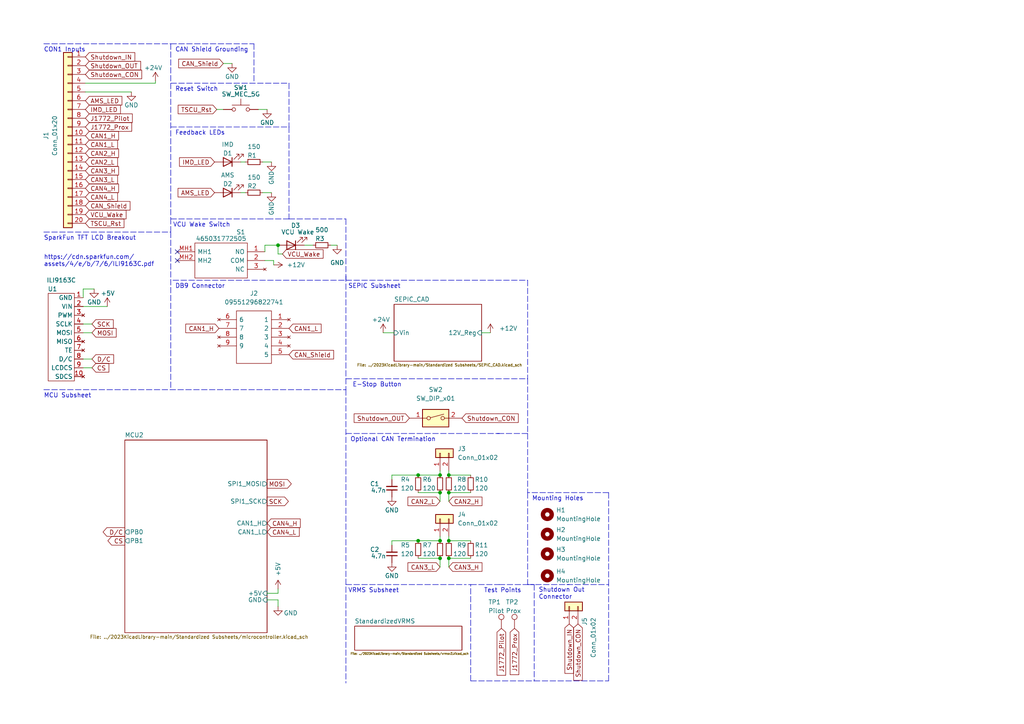
<source format=kicad_sch>
(kicad_sch (version 20211123) (generator eeschema)
  (paper "A4")
  (lib_symbols
    (symbol "Button Switch:465031772505" (pin_names (offset 0.762))
      (property "Reference" "S" (at 21.59 7.62 0))
      (property "Value" "465031772505" (at 21.59 5.08 0))
      (symbol "465031772505_0_0"
        (pin passive line (at 25.4 0 180) (length 5.08) (name "NO") (number "1"))
        (pin passive line (at 25.4 -2.54 180) (length 5.08) (name "COM") (number "2"))
        (pin no_connect line (at 25.4 -5.08 180) (length 5.08) (name "NC") (number "3"))
        (pin passive line (at 0 0 0) (length 5.08) (name "MH1") (number "MH1"))
        (pin passive line (at 0 -2.54 0) (length 5.08) (name "MH2") (number "MH2"))
      )
      (symbol "465031772505_0_1"
        (polyline (pts (xy 5.08 2.54) (xy 20.32 2.54) (xy 20.32 -7.62) (xy 5.08 -7.62) (xy 5.08 2.54)) (stroke (width 0.1524)))
      )
    )
    (symbol "Connector:TestPoint" (pin_numbers hide) (pin_names (offset 0.762) hide)
      (property "Reference" "TP" (at 0 6.858 0))
      (property "Value" "TestPoint" (at 0 5.08 0))
      (symbol "TestPoint_0_1"
        (circle (center 0 3.302) (radius 0.762))
      )
      (symbol "TestPoint_1_1"
        (pin passive line (at 0 0 90) (length 2.54) (name "1") (number "1"))
      )
    )
    (symbol "Connector_Generic:Conn_01x02" (pin_names (offset 1.016) hide)
      (property "Reference" "J" (at 0 2.54 0))
      (property "Value" "Conn_01x02" (at 0 -5.08 0))
      (symbol "Conn_01x02_1_1"
        (rectangle (start -1.27 -2.413) (end 0 -2.667) (stroke (width 0.1524)))
        (rectangle (start -1.27 0.127) (end 0 -0.127) (stroke (width 0.1524)))
        (rectangle (start -1.27 1.27) (end 1.27 -3.81) (stroke (width 0.254)) (fill (type background)))
        (pin passive line (at -5.08 0 0) (length 3.81) (name "Pin_1") (number "1"))
        (pin passive line (at -5.08 -2.54 0) (length 3.81) (name "Pin_2") (number "2"))
      )
    )
    (symbol "Connector_Generic:Conn_01x20" (pin_names (offset 1.016) hide)
      (property "Reference" "J" (at 0 25.4 0))
      (property "Value" "Conn_01x20" (at 0 -27.94 0))
      (symbol "Conn_01x20_1_1"
        (rectangle (start -1.27 -25.273) (end 0 -25.527) (stroke (width 0.1524)))
        (rectangle (start -1.27 -22.733) (end 0 -22.987) (stroke (width 0.1524)))
        (rectangle (start -1.27 -20.193) (end 0 -20.447) (stroke (width 0.1524)))
        (rectangle (start -1.27 -17.653) (end 0 -17.907) (stroke (width 0.1524)))
        (rectangle (start -1.27 -15.113) (end 0 -15.367) (stroke (width 0.1524)))
        (rectangle (start -1.27 -12.573) (end 0 -12.827) (stroke (width 0.1524)))
        (rectangle (start -1.27 -10.033) (end 0 -10.287) (stroke (width 0.1524)))
        (rectangle (start -1.27 -7.493) (end 0 -7.747) (stroke (width 0.1524)))
        (rectangle (start -1.27 -4.953) (end 0 -5.207) (stroke (width 0.1524)))
        (rectangle (start -1.27 -2.413) (end 0 -2.667) (stroke (width 0.1524)))
        (rectangle (start -1.27 0.127) (end 0 -0.127) (stroke (width 0.1524)))
        (rectangle (start -1.27 2.667) (end 0 2.413) (stroke (width 0.1524)))
        (rectangle (start -1.27 5.207) (end 0 4.953) (stroke (width 0.1524)))
        (rectangle (start -1.27 7.747) (end 0 7.493) (stroke (width 0.1524)))
        (rectangle (start -1.27 10.287) (end 0 10.033) (stroke (width 0.1524)))
        (rectangle (start -1.27 12.827) (end 0 12.573) (stroke (width 0.1524)))
        (rectangle (start -1.27 15.367) (end 0 15.113) (stroke (width 0.1524)))
        (rectangle (start -1.27 17.907) (end 0 17.653) (stroke (width 0.1524)))
        (rectangle (start -1.27 20.447) (end 0 20.193) (stroke (width 0.1524)))
        (rectangle (start -1.27 22.987) (end 0 22.733) (stroke (width 0.1524)))
        (rectangle (start -1.27 24.13) (end 1.27 -26.67) (stroke (width 0.254)) (fill (type background)))
        (pin passive line (at -5.08 22.86 0) (length 3.81) (name "Pin_1") (number "1"))
        (pin passive line (at -5.08 0 0) (length 3.81) (name "Pin_10") (number "10"))
        (pin passive line (at -5.08 -2.54 0) (length 3.81) (name "Pin_11") (number "11"))
        (pin passive line (at -5.08 -5.08 0) (length 3.81) (name "Pin_12") (number "12"))
        (pin passive line (at -5.08 -7.62 0) (length 3.81) (name "Pin_13") (number "13"))
        (pin passive line (at -5.08 -10.16 0) (length 3.81) (name "Pin_14") (number "14"))
        (pin passive line (at -5.08 -12.7 0) (length 3.81) (name "Pin_15") (number "15"))
        (pin passive line (at -5.08 -15.24 0) (length 3.81) (name "Pin_16") (number "16"))
        (pin passive line (at -5.08 -17.78 0) (length 3.81) (name "Pin_17") (number "17"))
        (pin passive line (at -5.08 -20.32 0) (length 3.81) (name "Pin_18") (number "18"))
        (pin passive line (at -5.08 -22.86 0) (length 3.81) (name "Pin_19") (number "19"))
        (pin passive line (at -5.08 20.32 0) (length 3.81) (name "Pin_2") (number "2"))
        (pin passive line (at -5.08 -25.4 0) (length 3.81) (name "Pin_20") (number "20"))
        (pin passive line (at -5.08 17.78 0) (length 3.81) (name "Pin_3") (number "3"))
        (pin passive line (at -5.08 15.24 0) (length 3.81) (name "Pin_4") (number "4"))
        (pin passive line (at -5.08 12.7 0) (length 3.81) (name "Pin_5") (number "5"))
        (pin passive line (at -5.08 10.16 0) (length 3.81) (name "Pin_6") (number "6"))
        (pin passive line (at -5.08 7.62 0) (length 3.81) (name "Pin_7") (number "7"))
        (pin passive line (at -5.08 5.08 0) (length 3.81) (name "Pin_8") (number "8"))
        (pin passive line (at -5.08 2.54 0) (length 3.81) (name "Pin_9") (number "9"))
      )
    )
    (symbol "DB9:09551296822741" (pin_names (offset 0.762))
      (property "Reference" "J2" (at 10.16 7.62 0))
      (property "Value" "09551296822741" (at 10.16 5.08 0))
      (symbol "09551296822741_0_0"
        (pin no_connect line (at 20.32 0 180) (length 5.08) (name "1") (number "1"))
        (pin passive line (at 20.32 -2.54 180) (length 5.08) (name "2") (number "2"))
        (pin no_connect line (at 20.32 -5.08 180) (length 5.08) (name "3") (number "3"))
        (pin no_connect line (at 20.32 -7.62 180) (length 5.08) (name "4") (number "4"))
        (pin passive line (at 20.32 -10.16 180) (length 5.08) (name "5") (number "5"))
        (pin no_connect line (at 0 0 0) (length 5.08) (name "6") (number "6"))
        (pin passive line (at 0 -2.54 0) (length 5.08) (name "7") (number "7"))
        (pin no_connect line (at 0 -5.08 0) (length 5.08) (name "8") (number "8"))
        (pin no_connect line (at 0 -7.62 0) (length 5.08) (name "9") (number "9"))
      )
      (symbol "09551296822741_0_1"
        (polyline (pts (xy 5.08 2.54) (xy 15.24 2.54) (xy 15.24 -12.7) (xy 5.08 -12.7) (xy 5.08 2.54)) (stroke (width 0.1524)))
      )
    )
    (symbol "Device:C_Small" (pin_numbers hide) (pin_names (offset 0.254) hide)
      (property "Reference" "C" (at 0.254 1.778 0))
      (property "Value" "C_Small" (at 0.254 -2.032 0))
      (symbol "C_Small_0_1"
        (polyline (pts (xy -1.524 -0.508) (xy 1.524 -0.508)) (stroke (width 0.3302)))
        (polyline (pts (xy -1.524 0.508) (xy 1.524 0.508)) (stroke (width 0.3048)))
      )
      (symbol "C_Small_1_1"
        (pin passive line (at 0 2.54 270) (length 2.032) (name "~") (number "1"))
        (pin passive line (at 0 -2.54 90) (length 2.032) (name "~") (number "2"))
      )
    )
    (symbol "Device:LED" (pin_numbers hide) (pin_names (offset 1.016) hide)
      (property "Reference" "D" (at 0 2.54 0))
      (property "Value" "LED" (at 0 -2.54 0))
      (symbol "LED_0_1"
        (polyline (pts (xy -1.27 -1.27) (xy -1.27 1.27)) (stroke (width 0.254)))
        (polyline (pts (xy -1.27 0) (xy 1.27 0)))
        (polyline (pts (xy 1.27 -1.27) (xy 1.27 1.27) (xy -1.27 0) (xy 1.27 -1.27)) (stroke (width 0.254)))
        (polyline (pts (xy -3.048 -0.762) (xy -4.572 -2.286) (xy -3.81 -2.286) (xy -4.572 -2.286) (xy -4.572 -1.524)))
        (polyline (pts (xy -1.778 -0.762) (xy -3.302 -2.286) (xy -2.54 -2.286) (xy -3.302 -2.286) (xy -3.302 -1.524)))
      )
      (symbol "LED_1_1"
        (pin passive line (at -3.81 0 0) (length 2.54) (name "K") (number "1"))
        (pin passive line (at 3.81 0 180) (length 2.54) (name "A") (number "2"))
      )
    )
    (symbol "Device:R_Small" (pin_numbers hide) (pin_names (offset 0.254) hide)
      (property "Reference" "R" (at 0.762 0.508 0))
      (property "Value" "R_Small" (at 0.762 -1.016 0))
      (symbol "R_Small_0_1"
        (rectangle (start -0.762 1.778) (end 0.762 -1.778) (stroke (width 0.2032)))
      )
      (symbol "R_Small_1_1"
        (pin passive line (at 0 2.54 270) (length 0.762) (name "~") (number "1"))
        (pin passive line (at 0 -2.54 90) (length 0.762) (name "~") (number "2"))
      )
    )
    (symbol "ILI9163C_1"
      (property "Reference" "U?" (at -10.16 17.78 90))
      (property "Value" "ILI9163C" (at -10.16 15.24 90))
      (symbol "ILI9163C_1_0_0"
        (pin power_in line (at -11.43 -3.81 270) (length 2.54) (name "GND") (number "1"))
        (pin no_connect line (at 11.43 -3.81 270) (length 2.54) (name "SDCS") (number "10"))
        (pin power_in line (at -8.89 -3.81 270) (length 2.54) (name "VIN") (number "2"))
        (pin no_connect line (at -6.35 -3.81 270) (length 2.54) (name "PWM") (number "3"))
        (pin input line (at -3.81 -3.81 270) (length 2.54) (name "SCLK") (number "4"))
        (pin input line (at -1.27 -3.81 270) (length 2.54) (name "MOSI") (number "5"))
        (pin no_connect line (at 1.27 -3.81 270) (length 2.54) (name "MISO") (number "6"))
        (pin no_connect line (at 3.81 -3.81 270) (length 2.54) (name "TE") (number "7"))
        (pin unspecified line (at 6.35 -3.81 270) (length 2.54) (name "D/C") (number "8"))
        (pin input line (at 8.89 -3.81 270) (length 2.54) (name "LCDCS") (number "9"))
      )
      (symbol "ILI9163C_1_0_1"
        (rectangle (start -12.7 -6.35) (end 12.7 -13.97))
      )
    )
    (symbol "Mechanical:MountingHole" (pin_names (offset 1.016))
      (property "Reference" "H" (at 0 5.08 0))
      (property "Value" "MountingHole" (at 0 3.175 0))
      (symbol "MountingHole_0_1"
        (circle (center 0 0) (radius 1.27) (stroke (width 1.27)))
      )
    )
    (symbol "Switch:SW_DIP_x01" (pin_names (offset 0) hide)
      (property "Reference" "SW" (at 0 3.81 0))
      (property "Value" "SW_DIP_x01" (at 0 -3.81 0))
      (symbol "SW_DIP_x01_0_0"
        (circle (center -2.032 0) (radius 0.508))
        (polyline (pts (xy -1.524 0.127) (xy 2.3622 1.1684)))
        (circle (center 2.032 0) (radius 0.508))
      )
      (symbol "SW_DIP_x01_0_1"
        (rectangle (start -3.81 2.54) (end 3.81 -2.54) (stroke (width 0.254)) (fill (type background)))
      )
      (symbol "SW_DIP_x01_1_1"
        (pin passive line (at -7.62 0 0) (length 5.08) (name "~") (number "1"))
        (pin passive line (at 7.62 0 180) (length 5.08) (name "~") (number "2"))
      )
    )
    (symbol "Switch:SW_MEC_5G" (pin_numbers hide) (pin_names (offset 1.016) hide)
      (property "Reference" "SW1" (at 0 6.35 0))
      (property "Value" "SW_MEC_5G" (at 0 4.445 0))
      (symbol "SW_MEC_5G_0_1"
        (circle (center -2.032 0) (radius 0.508))
        (polyline (pts (xy 0 1.27) (xy 0 3.048)))
        (polyline (pts (xy 2.54 1.27) (xy -2.54 1.27)))
        (circle (center 2.032 0) (radius 0.508))
        (pin passive line (at -5.08 0 0) (length 2.54) (name "A") (number "1"))
        (pin passive line (at 5.08 0 180) (length 2.54) (name "B") (number "2"))
      )
      (symbol "SW_MEC_5G_1_1"
        (pin passive line (at -5.08 0 0) (length 2.54) hide (name "A") (number "2"))
        (pin passive line (at 5.08 0 180) (length 2.54) hide (name "B") (number "4"))
      )
    )
    (symbol "power:+12V" (power) (pin_names (offset 0))
      (property "Value" "+12V" (at 0 3.556 0))
      (symbol "+12V_0_1"
        (polyline (pts (xy -0.762 1.27) (xy 0 2.54)))
        (polyline (pts (xy 0 0) (xy 0 2.54)))
        (polyline (pts (xy 0 2.54) (xy 0.762 1.27)))
      )
      (symbol "+12V_1_1"
        (pin power_in line (at 0 0 90) (length 0) hide (name "+12V") (number "1"))
      )
    )
    (symbol "power:+24V" (power) (pin_names (offset 0))
      (property "Value" "+24V" (at 0 3.556 0))
      (symbol "+24V_0_1"
        (polyline (pts (xy -0.762 1.27) (xy 0 2.54)))
        (polyline (pts (xy 0 0) (xy 0 2.54)))
        (polyline (pts (xy 0 2.54) (xy 0.762 1.27)))
      )
      (symbol "+24V_1_1"
        (pin power_in line (at 0 0 90) (length 0) hide (name "+24V") (number "1"))
      )
    )
    (symbol "power:+5V" (power) (pin_names (offset 0))
      (property "Value" "+5V" (at 0 3.556 0))
      (symbol "+5V_0_1"
        (polyline (pts (xy -0.762 1.27) (xy 0 2.54)))
        (polyline (pts (xy 0 0) (xy 0 2.54)))
        (polyline (pts (xy 0 2.54) (xy 0.762 1.27)))
      )
      (symbol "+5V_1_1"
        (pin power_in line (at 0 0 90) (length 0) hide (name "+5V") (number "1"))
      )
    )
    (symbol "power:GND" (power) (pin_names (offset 0))
      (property "Value" "GND" (at 0 -3.81 0))
      (symbol "GND_0_1"
        (polyline (pts (xy 0 0) (xy 0 -1.27) (xy 1.27 -1.27) (xy 0 -2.54) (xy -1.27 -1.27) (xy 0 -1.27)))
      )
      (symbol "GND_1_1"
        (pin power_in line (at 0 0 270) (length 0) hide (name "GND") (number "1"))
      )
    )
  )
  (junction (at 127.635 156.845))
  (junction (at 127.635 142.875))
  (junction (at 130.175 137.795))
  (junction (at 127.635 137.795))
  (junction (at 80.645 71.12))
  (junction (at 130.175 142.875))
  (junction (at 130.175 156.845))
  (junction (at 121.285 156.845))
  (junction (at 130.175 161.925))
  (junction (at 127.635 161.925))
  (junction (at 121.285 137.795))
  (no_connect (at 51.435 73.025))
  (no_connect (at 51.435 75.565))
  (polyline (pts (xy 83.82 24.13) (xy 83.82 36.83)))
  (polyline (pts (xy 49.53 63.5) (xy 78.74 63.5)))
  (wire (pts (xy 74.93 31.75) (xy 77.47 31.75)))
  (wire (pts (xy 121.285 142.875) (xy 127.635 142.875)))
  (wire (pts (xy 130.175 142.875) (xy 130.175 145.415)))
  (wire (pts (xy 77.47 172.085) (xy 80.645 172.085)))
  (polyline (pts (xy 153.035 169.545) (xy 176.53 169.545)))
  (polyline (pts (xy 100.33 80.01) (xy 100.33 113.03)))
  (wire (pts (xy 130.175 142.875) (xy 136.525 142.875)))
  (wire (pts (xy 130.175 137.795) (xy 130.175 136.525)))
  (wire (pts (xy 24.13 104.14) (xy 26.67 104.14)))
  (wire (pts (xy 45.085 24.13) (xy 45.085 23.495)))
  (wire (pts (xy 127.635 136.525) (xy 127.635 137.795)))
  (wire (pts (xy 26.67 93.98) (xy 24.13 93.98)))
  (wire (pts (xy 130.175 161.925) (xy 136.525 161.925)))
  (wire (pts (xy 71.12 46.99) (xy 69.85 46.99)))
  (wire (pts (xy 31.115 88.9) (xy 24.13 88.9)))
  (wire (pts (xy 24.13 96.52) (xy 26.67 96.52)))
  (wire (pts (xy 121.285 161.925) (xy 127.635 161.925)))
  (wire (pts (xy 76.835 75.565) (xy 79.375 75.565)))
  (polyline (pts (xy 12.7 12.7) (xy 49.53 12.7)))
  (wire (pts (xy 24.765 26.67) (xy 38.1 26.67)))
  (polyline (pts (xy 153.035 81.28) (xy 153.035 109.855)))
  (polyline (pts (xy 153.035 125.73) (xy 144.78 125.73)))
  (wire (pts (xy 127.635 155.575) (xy 127.635 156.845)))
  (polyline (pts (xy 153.035 142.875) (xy 153.035 169.545)))
  (polyline (pts (xy 100.33 81.28) (xy 153.035 81.28)))
  (wire (pts (xy 24.13 83.82) (xy 27.305 83.82)))
  (wire (pts (xy 76.835 73.025) (xy 76.835 71.12)))
  (wire (pts (xy 62.865 31.75) (xy 64.77 31.75)))
  (wire (pts (xy 121.285 137.795) (xy 127.635 137.795)))
  (wire (pts (xy 127.635 142.875) (xy 127.635 145.415)))
  (polyline (pts (xy 154.94 169.545) (xy 154.94 197.485)))
  (wire (pts (xy 111.125 96.52) (xy 114.3 96.52)))
  (polyline (pts (xy 100.33 125.73) (xy 144.78 125.73)))
  (wire (pts (xy 97.79 71.12) (xy 95.885 71.12)))
  (polyline (pts (xy 83.82 36.83) (xy 83.82 63.5)))
  (polyline (pts (xy 136.525 169.545) (xy 144.78 169.545)))
  (polyline (pts (xy 176.53 197.485) (xy 176.53 169.545)))
  (wire (pts (xy 81.915 73.66) (xy 80.645 73.66)))
  (wire (pts (xy 113.665 137.795) (xy 121.285 137.795)))
  (polyline (pts (xy 83.82 63.5) (xy 78.74 63.5)))
  (polyline (pts (xy 49.53 67.31) (xy 49.53 63.5)))
  (polyline (pts (xy 49.53 24.13) (xy 83.82 24.13)))
  (polyline (pts (xy 144.78 169.545) (xy 154.94 169.545)))
  (polyline (pts (xy 12.7 113.03) (xy 100.33 113.03)))
  (wire (pts (xy 77.47 173.99) (xy 80.645 173.99)))
  (polyline (pts (xy 100.33 63.5) (xy 100.33 81.28)))
  (polyline (pts (xy 50.165 81.28) (xy 100.33 81.28)))
  (wire (pts (xy 78.74 55.88) (xy 76.2 55.88)))
  (polyline (pts (xy 136.525 197.485) (xy 154.94 197.485)))
  (polyline (pts (xy 100.33 113.03) (xy 100.33 198.12)))
  (polyline (pts (xy 136.525 197.485) (xy 136.525 169.545)))
  (wire (pts (xy 127.635 161.925) (xy 127.635 164.465)))
  (polyline (pts (xy 154.94 197.485) (xy 176.53 197.485)))
  (polyline (pts (xy 176.53 142.875) (xy 176.53 169.545)))
  (wire (pts (xy 80.645 172.085) (xy 80.645 170.815)))
  (wire (pts (xy 24.765 24.13) (xy 45.085 24.13)))
  (polyline (pts (xy 153.035 125.73) (xy 153.035 142.875)))
  (wire (pts (xy 80.645 173.99) (xy 80.645 175.895)))
  (polyline (pts (xy 136.525 169.545) (xy 135.89 169.545)))
  (wire (pts (xy 113.665 137.795) (xy 113.665 139.065)))
  (polyline (pts (xy 83.82 63.5) (xy 100.33 63.5)))
  (wire (pts (xy 113.665 156.845) (xy 121.285 156.845)))
  (wire (pts (xy 80.645 73.66) (xy 80.645 71.12)))
  (wire (pts (xy 130.175 161.925) (xy 130.175 164.465)))
  (wire (pts (xy 71.12 55.88) (xy 69.85 55.88)))
  (polyline (pts (xy 100.33 109.855) (xy 153.035 109.855)))
  (polyline (pts (xy 164.465 169.545) (xy 165.1 169.545)))
  (polyline (pts (xy 49.53 12.7) (xy 49.53 63.5)))
  (polyline (pts (xy 176.53 142.875) (xy 153.035 142.875)))
  (wire (pts (xy 64.77 18.415) (xy 67.31 18.415)))
  (wire (pts (xy 121.285 156.845) (xy 127.635 156.845)))
  (polyline (pts (xy 100.33 169.545) (xy 135.255 169.545)))
  (polyline (pts (xy 153.035 109.855) (xy 153.035 125.73)))
  (wire (pts (xy 142.24 96.52) (xy 139.7 96.52)))
  (wire (pts (xy 78.74 46.99) (xy 76.2 46.99)))
  (polyline (pts (xy 49.53 36.83) (xy 83.82 36.83)))
  (polyline (pts (xy 49.53 67.31) (xy 49.53 113.03)))
  (wire (pts (xy 24.13 106.68) (xy 26.67 106.68)))
  (wire (pts (xy 24.13 86.36) (xy 24.13 83.82)))
  (polyline (pts (xy 12.7 67.31) (xy 49.53 67.31)))
  (polyline (pts (xy 49.53 12.7) (xy 73.66 12.7)))
  (wire (pts (xy 79.375 75.565) (xy 79.375 76.835)))
  (polyline (pts (xy 144.78 125.73) (xy 144.145 125.73)))
  (wire (pts (xy 90.805 71.12) (xy 88.265 71.12)))
  (polyline (pts (xy 73.66 12.7) (xy 73.66 24.13)))
  (wire (pts (xy 136.525 137.795) (xy 130.175 137.795)))
  (wire (pts (xy 130.175 156.845) (xy 130.175 155.575)))
  (wire (pts (xy 113.665 156.845) (xy 113.665 158.115)))
  (wire (pts (xy 76.835 71.12) (xy 80.645 71.12)))
  (wire (pts (xy 136.525 156.845) (xy 130.175 156.845)))
  (text "Test Points" (at 140.335 172.085 0) (effects (font (size 1.27 1.27)) (justify left bottom)))
  (text "Optional CAN Termination" (at 101.6 128.27 0) (effects (font (size 1.27 1.27)) (justify left bottom)))
  (text "Feedback LEDs" (at 50.8 39.37 0) (effects (font (size 1.27 1.27)) (justify left bottom)))
  (text "Shutdown Out\nConnector\n" (at 156.21 173.99 0) (effects (font (size 1.27 1.27)) (justify left bottom)))
  (text "SEPIC Subsheet" (at 100.965 83.82 0) (effects (font (size 1.27 1.27)) (justify left bottom)))
  (text "Mounting Holes" (at 154.305 145.415 0) (effects (font (size 1.27 1.27)) (justify left bottom)))
  (text "VCU Wake Switch" (at 50.165 66.04 0) (effects (font (size 1.27 1.27)) (justify left bottom)))
  (text "Reset Switch" (at 50.8 26.67 0) (effects (font (size 1.27 1.27)) (justify left bottom)))
  (text "CAN Shield Grounding" (at 50.8 15.24 0) (effects (font (size 1.27 1.27)) (justify left bottom)))
  (text "VRMS Subsheet" (at 100.965 172.085 0) (effects (font (size 1.27 1.27)) (justify left bottom)))
  (text "MCU Subsheet" (at 12.7 115.57 0) (effects (font (size 1.27 1.27)) (justify left bottom)))
  (text "DB9 Connector" (at 50.8 83.82 0) (effects (font (size 1.27 1.27)) (justify left bottom)))
  (text "E-Stop Button" (at 102.235 112.395 0) (effects (font (size 1.27 1.27)) (justify left bottom)))
  (text "SparkFun TFT LCD Breakout" (at 12.7 69.85 0) (effects (font (size 1.27 1.27)) (justify left bottom)))
  (text "CON1 Inputs" (at 12.7 15.24 0) (effects (font (size 1.27 1.27)) (justify left bottom)))
  (text "https://cdn.sparkfun.com/\nassets/4/e/b/7/6/ILI9163C.pdf" (at 12.7 77.47 0) (effects (font (size 1.27 1.27)) (justify left bottom)))
  (global_label "VCU_Wake" (shape input) (at 81.915 73.66 0) (property "Intersheet References" "${INTERSHEET_REFS}" (effects hide)))
  (global_label "CAN1_H" (shape input) (at 63.5 95.25 180) (property "Intersheet References" "${INTERSHEET_REFS}" (effects hide)))
  (global_label "CAN2_H" (shape input) (at 24.765 44.45 0) (property "Intersheet References" "${INTERSHEET_REFS}" (effects hide)))
  (global_label "CAN3_L" (shape input) (at 24.765 52.07 0) (property "Intersheet References" "${INTERSHEET_REFS}" (effects hide)))
  (global_label "SCK" (shape output) (at 77.47 145.415 0) (property "Intersheet References" "${INTERSHEET_REFS}" (effects hide)))
  (global_label "TSCU_Rst" (shape input) (at 24.765 64.77 0) (property "Intersheet References" "${INTERSHEET_REFS}" (effects hide)))
  (global_label "CAN4_H" (shape input) (at 77.47 151.765 0) (property "Intersheet References" "${INTERSHEET_REFS}" (effects hide)))
  (global_label "IMD_LED" (shape input) (at 62.23 46.99 180) (property "Intersheet References" "${INTERSHEET_REFS}" (effects hide)))
  (global_label "D{slash}C" (shape output) (at 36.195 154.305 180) (property "Intersheet References" "${INTERSHEET_REFS}" (effects hide)))
  (global_label "CAN3_L" (shape input) (at 127.635 164.465 180) (property "Intersheet References" "${INTERSHEET_REFS}" (effects hide)))
  (global_label "J1772_Prox" (shape input) (at 24.765 36.83 0) (property "Intersheet References" "${INTERSHEET_REFS}" (effects hide)))
  (global_label "IMD_LED" (shape input) (at 24.765 31.75 0) (property "Intersheet References" "${INTERSHEET_REFS}" (effects hide)))
  (global_label "AMS_LED" (shape input) (at 24.765 29.21 0) (property "Intersheet References" "${INTERSHEET_REFS}" (effects hide)))
  (global_label "CAN3_H" (shape input) (at 130.175 164.465 0) (property "Intersheet References" "${INTERSHEET_REFS}" (effects hide)))
  (global_label "Shutdown_OUT" (shape input) (at 118.745 121.285 180) (property "Intersheet References" "${INTERSHEET_REFS}" (effects hide)))
  (global_label "CS" (shape input) (at 26.67 106.68 0) (property "Intersheet References" "${INTERSHEET_REFS}" (effects hide)))
  (global_label "CAN3_H" (shape input) (at 24.765 49.53 0) (property "Intersheet References" "${INTERSHEET_REFS}" (effects hide)))
  (global_label "J1772_Pilot" (shape input) (at 24.765 34.29 0) (property "Intersheet References" "${INTERSHEET_REFS}" (effects hide)))
  (global_label "MOSI" (shape output) (at 77.47 140.335 0) (property "Intersheet References" "${INTERSHEET_REFS}" (effects hide)))
  (global_label "CAN2_L" (shape input) (at 127.635 145.415 180) (property "Intersheet References" "${INTERSHEET_REFS}" (effects hide)))
  (global_label "CAN4_H" (shape input) (at 24.765 54.61 0) (property "Intersheet References" "${INTERSHEET_REFS}" (effects hide)))
  (global_label "CAN_Shield" (shape input) (at 83.82 102.87 0) (property "Intersheet References" "${INTERSHEET_REFS}" (effects hide)))
  (global_label "J1772_Prox" (shape input) (at 149.225 182.245 270) (property "Intersheet References" "${INTERSHEET_REFS}" (effects hide)))
  (global_label "Shutdown_CON" (shape input) (at 24.765 21.59 0) (property "Intersheet References" "${INTERSHEET_REFS}" (effects hide)))
  (global_label "AMS_LED" (shape input) (at 62.23 55.88 180) (property "Intersheet References" "${INTERSHEET_REFS}" (effects hide)))
  (global_label "Shutdown_IN" (shape input) (at 24.765 16.51 0) (property "Intersheet References" "${INTERSHEET_REFS}" (effects hide)))
  (global_label "J1772_Pilot" (shape input) (at 145.415 182.245 270) (property "Intersheet References" "${INTERSHEET_REFS}" (effects hide)))
  (global_label "Shutdown_OUT" (shape input) (at 24.765 19.05 0) (property "Intersheet References" "${INTERSHEET_REFS}" (effects hide)))
  (global_label "Shutdown_CON" (shape input) (at 167.64 180.975 270) (property "Intersheet References" "${INTERSHEET_REFS}" (effects hide)))
  (global_label "TSCU_Rst" (shape input) (at 62.865 31.75 180) (property "Intersheet References" "${INTERSHEET_REFS}" (effects hide)))
  (global_label "MOSI" (shape input) (at 26.67 96.52 0) (property "Intersheet References" "${INTERSHEET_REFS}" (effects hide)))
  (global_label "CAN_Shield" (shape input) (at 64.77 18.415 180) (property "Intersheet References" "${INTERSHEET_REFS}" (effects hide)))
  (global_label "CAN2_H" (shape input) (at 130.175 145.415 0) (property "Intersheet References" "${INTERSHEET_REFS}" (effects hide)))
  (global_label "D{slash}C" (shape input) (at 26.67 104.14 0) (property "Intersheet References" "${INTERSHEET_REFS}" (effects hide)))
  (global_label "SCK" (shape input) (at 26.67 93.98 0) (property "Intersheet References" "${INTERSHEET_REFS}" (effects hide)))
  (global_label "CS" (shape output) (at 36.195 156.845 180) (property "Intersheet References" "${INTERSHEET_REFS}" (effects hide)))
  (global_label "CAN1_L" (shape input) (at 83.82 95.25 0) (property "Intersheet References" "${INTERSHEET_REFS}" (effects hide)))
  (global_label "CAN1_L" (shape input) (at 24.765 41.91 0) (property "Intersheet References" "${INTERSHEET_REFS}" (effects hide)))
  (global_label "Shutdown_IN" (shape input) (at 165.1 180.975 270) (property "Intersheet References" "${INTERSHEET_REFS}" (effects hide)))
  (global_label "CAN4_L" (shape input) (at 24.765 57.15 0) (property "Intersheet References" "${INTERSHEET_REFS}" (effects hide)))
  (global_label "CAN1_H" (shape input) (at 24.765 39.37 0) (property "Intersheet References" "${INTERSHEET_REFS}" (effects hide)))
  (global_label "CAN2_L" (shape input) (at 24.765 46.99 0) (property "Intersheet References" "${INTERSHEET_REFS}" (effects hide)))
  (global_label "VCU_Wake" (shape input) (at 24.765 62.23 0) (property "Intersheet References" "${INTERSHEET_REFS}" (effects hide)))
  (global_label "Shutdown_CON" (shape input) (at 133.985 121.285 0) (property "Intersheet References" "${INTERSHEET_REFS}" (effects hide)))
  (global_label "CAN4_L" (shape input) (at 77.47 154.305 0) (property "Intersheet References" "${INTERSHEET_REFS}" (effects hide)))
  (global_label "CAN_Shield" (shape input) (at 24.765 59.69 0) (property "Intersheet References" "${INTERSHEET_REFS}" (effects hide)))
  (symbol (lib_id "Device:LED") (at 66.04 46.99 180) (unit 1)
    (property "Reference" "D1" (at 66.04 44.45 0))
    (property "Value" "IMD" (at 66.04 41.91 0))
    (property "Footprint" "Dashboard_LED:LEDC1608X80N" (effects hide))
    (property "Datasheet" "https://www.mouser.com/datasheet/2/244/LUMX_S_A0003593319_1-2552112.pdf" (effects hide))
  )
  (symbol (lib_id "Device:LED") (at 66.04 55.88 180) (unit 1)
    (property "Reference" "D2" (at 66.04 53.34 0))
    (property "Value" "AMS" (at 66.04 50.8 0))
    (property "Footprint" "LED_SMD:LED_0805_2012Metric" (effects hide))
    (property "Datasheet" "https://www.mouser.com/datasheet/2/244/LUMX_S_A0003593319_1-2552112.pdf" (effects hide))
  )
  (symbol (lib_id "power:GND") (at 77.47 31.75 0) (unit 1)
    (property "Reference" "#PWR07" (effects hide))
    (property "Value" "GND" (at 77.47 35.56 0))
  )
  (symbol (lib_id "Device:R_Small") (at 73.66 55.88 270) (unit 1)
    (property "Reference" "R2" (at 71.755 53.975 90) (effects (justify left)))
    (property "Value" "150" (at 71.755 51.435 90) (effects (justify left)))
    (property "Footprint" "Resistor_SMD:R_0603_1608Metric" (effects hide))
    (property "Datasheet" "https://www.mouser.com/datasheet/2/427/dcrcw-1762150.pdf" (effects hide))
  )
  (symbol (lib_id "DB9:09551296822741") (at 63.5 92.71 0) (unit 1)
    (property "Reference" "J2" (at 73.66 85.09 0))
    (property "Value" "09551296822741" (at 73.66 87.63 0))
    (property "Footprint" "09551296822741" (effects hide))
    (property "Description" "D-Sub Standard Connectors 9p STR MA PL2 4-40 SL" (effects hide))
    (property "Height" "14.75" (effects hide))
    (property "Mouser Part Number" "617-09551296822741" (effects hide))
    (property "Mouser Price/Stock" "https://www.mouser.co.uk/ProductDetail/HARTING/09551296822741?qs=PCK%2Fw838mC98wC0uZrVK0w%3D%3D" (effects hide))
    (property "Manufacturer_Name" "HARTING" (effects hide))
    (property "Manufacturer_Part_Number" "09551296822741" (effects hide))
  )
  (symbol (lib_id "power:+12V") (at 142.24 96.52 0) (unit 1)
    (property "Reference" "#PWR016" (effects hide))
    (property "Value" "+12V" (at 144.78 95.2499 0) (effects (justify left)))
  )
  (symbol (lib_id "Device:R_Small") (at 127.635 159.385 0) (unit 1)
    (property "Reference" "R7" (at 122.555 158.115 0) (effects (justify left)))
    (property "Value" "120" (at 122.555 160.655 0) (effects (justify left)))
    (property "Footprint" "Resistor_SMD:R_0603_1608Metric" (effects hide))
    (property "Datasheet" "https://www.mouser.com/datasheet/2/427/dcrcw-1762150.pdf" (effects hide))
  )
  (symbol (lib_id "power:+5V") (at 31.115 88.9 0) (unit 1)
    (property "Reference" "#PWR02" (effects hide))
    (property "Value" "+5V" (at 29.21 85.09 0) (effects (justify left)))
  )
  (symbol (lib_id "Device:LED") (at 84.455 71.12 180) (unit 1)
    (property "Reference" "D3" (at 85.725 65.405 0))
    (property "Value" "VCU Wake" (at 86.36 67.31 0))
    (property "Footprint" "LED_SMD:LED_0805_2012Metric" (effects hide))
    (property "Datasheet" "https://www.mouser.com/datasheet/2/244/LUMX_S_A0003593319_1-2552112.pdf" (effects hide))
  )
  (symbol (lib_id "power:GND") (at 38.1 26.67 0) (unit 1)
    (property "Reference" "#PWR03" (effects hide))
    (property "Value" "GND" (at 38.1 30.48 0))
  )
  (symbol (lib_id "Connector_Generic:Conn_01x20") (at 19.685 39.37 0) (mirror y) (unit 1)
    (property "Reference" "J1" (at 13.335 39.37 90))
    (property "Value" "Conn_01x20" (at 15.875 39.37 90))
    (property "Footprint" "Connector_Molex:Molex_Micro-Fit_3.0_43045-2010_2x10-1MP_P3.00mm_Horizontal" (effects hide))
  )
  (symbol (lib_id "Button Switch:465031772505") (at 51.435 73.025 0) (unit 1)
    (property "Reference" "S1" (at 69.85 67.31 0))
    (property "Value" "465031772505" (at 64.135 69.215 0))
    (property "Footprint" "Button Switch:465031772505" (effects hide))
    (property "Datasheet" "https://www.mouser.com/datasheet/2/445/465031772505-1716776.pdf" (effects hide))
    (property "Description" "Pushbutton Switches WS-PBTU LA THT Pushbutton Switch" (effects hide))
    (property "Height" "6.3" (effects hide))
    (property "Mouser Part Number" "710-465031772505" (effects hide))
    (property "Mouser Price/Stock" "https://www.mouser.co.uk/ProductDetail/Wurth-Elektronik/465031772505?qs=lBTPRtX1sU%2FdHrftEYQTVw%3D%3D" (effects hide))
    (property "Manufacturer_Name" "Wurth Elektronik" (effects hide))
    (property "Manufacturer_Part_Number" "465031772505" (effects hide))
  )
  (symbol (lib_id "Mechanical:MountingHole") (at 158.75 160.655 0) (unit 1)
    (property "Reference" "H3" (at 161.29 159.3849 0) (effects (justify left)))
    (property "Value" "MountingHole" (at 161.29 161.9249 0) (effects (justify left)))
    (property "Footprint" "MountingHole:MountingHole_2.5mm" (effects hide))
  )
  (symbol (lib_id "Device:R_Small") (at 121.285 159.385 0) (unit 1)
    (property "Reference" "R5" (at 116.205 158.115 0) (effects (justify left)))
    (property "Value" "120" (at 116.205 160.655 0) (effects (justify left)))
    (property "Footprint" "Resistor_SMD:R_0603_1608Metric" (effects hide))
    (property "Datasheet" "https://www.mouser.com/datasheet/2/427/dcrcw-1762150.pdf" (effects hide))
  )
  (symbol (lib_id "power:GND") (at 80.645 175.895 0) (unit 1)
    (property "Reference" "#PWR011" (effects hide))
    (property "Value" "GND" (at 86.36 177.8 0) (effects (justify right)))
  )
  (symbol (lib_id "Device:C_Small") (at 113.665 160.655 180) (unit 1)
    (property "Reference" "C2" (at 107.315 159.385 0) (effects (justify right)))
    (property "Value" "4.7n" (at 107.569 161.29 0) (effects (justify right)))
    (property "Footprint" "Capacitor_SMD:C_0603_1608Metric" (effects hide))
  )
  (symbol (lib_id "Device:C_Small") (at 113.665 141.605 180) (unit 1)
    (property "Reference" "C1" (at 107.315 140.335 0) (effects (justify right)))
    (property "Value" "4.7n" (at 107.569 142.24 0) (effects (justify right)))
    (property "Footprint" "Capacitor_SMD:C_0603_1608Metric" (effects hide))
  )
  (symbol (lib_id "Switch:SW_MEC_5G") (at 69.85 31.75 0) (unit 1)
    (property "Reference" "SW1" (at 69.85 25.4 0))
    (property "Value" "SW_MEC_5G" (at 69.85 27.305 0))
    (property "Footprint" "Button_Switch_SMD:SW_SPST_SKQG_WithStem" (effects hide))
    (property "Datasheet" "https://www.mouser.com/datasheet/2/240/pts526-3050698.pdf" (effects hide))
  )
  (symbol (lib_id "power:GND") (at 113.665 144.145 0) (unit 1)
    (property "Reference" "#PWR014" (effects hide))
    (property "Value" "GND" (at 113.665 147.955 0))
  )
  (symbol (lib_id "Connector:TestPoint") (at 149.225 182.245 0) (unit 1)
    (property "Reference" "TP2" (at 146.685 174.625 0) (effects (justify left)))
    (property "Value" "Prox" (at 146.685 177.165 0) (effects (justify left)))
    (property "Footprint" "TestPoint:TestPoint_Pad_D3.0mm" (effects hide))
  )
  (symbol (lib_id "power:GND") (at 27.305 83.82 0) (unit 1)
    (property "Reference" "#PWR01" (effects hide))
    (property "Value" "GND" (at 27.305 87.63 0))
  )
  (symbol (lib_id "Connector_Generic:Conn_01x02") (at 127.635 150.495 90) (unit 1)
    (property "Reference" "J4" (at 132.715 149.225 90) (effects (justify right)))
    (property "Value" "Conn_01x02" (at 132.715 151.765 90) (effects (justify right)))
    (property "Footprint" "Connector_PinHeader_2.54mm:PinHeader_1x02_P2.54mm_Vertical" (effects hide))
  )
  (symbol (lib_id "Device:R_Small") (at 93.345 71.12 270) (unit 1)
    (property "Reference" "R3" (at 91.44 69.215 90) (effects (justify left)))
    (property "Value" "500" (at 91.44 66.675 90) (effects (justify left)))
    (property "Footprint" "Resistor_SMD:R_0603_1608Metric" (effects hide))
    (property "Datasheet" "https://www.mouser.com/datasheet/2/427/crcwce3-1762584.pdf" (effects hide))
  )
  (symbol (lib_id "Mechanical:MountingHole") (at 158.75 149.225 0) (unit 1)
    (property "Reference" "H1" (at 161.29 147.9549 0) (effects (justify left)))
    (property "Value" "MountingHole" (at 161.29 150.4949 0) (effects (justify left)))
    (property "Footprint" "MountingHole:MountingHole_2.5mm" (effects hide))
  )
  (symbol (lib_id "power:GND") (at 78.74 55.88 0) (unit 1)
    (property "Reference" "#PWR09" (effects hide))
    (property "Value" "GND" (at 78.74 58.42 90) (effects (justify right)))
  )
  (symbol (lib_id "Device:R_Small") (at 73.66 46.99 270) (unit 1)
    (property "Reference" "R1" (at 71.755 45.085 90) (effects (justify left)))
    (property "Value" "150" (at 71.755 42.545 90) (effects (justify left)))
    (property "Footprint" "Resistor_SMD:R_0603_1608Metric" (effects hide))
    (property "Datasheet" "https://www.mouser.com/datasheet/2/427/dcrcw-1762150.pdf" (effects hide))
  )
  (symbol (lib_id "power:+24V") (at 45.085 23.495 0) (unit 1)
    (property "Reference" "#PWR04" (effects hide))
    (property "Value" "+24V" (at 44.45 19.685 0))
  )
  (symbol (lib_id "Device:R_Small") (at 136.525 140.335 180) (unit 1)
    (property "Reference" "R10" (at 141.605 139.065 0) (effects (justify left)))
    (property "Value" "120" (at 141.605 141.605 0) (effects (justify left)))
    (property "Footprint" "Resistor_SMD:R_0603_1608Metric" (effects hide))
    (property "Datasheet" "https://www.mouser.com/datasheet/2/427/dcrcw-1762150.pdf" (effects hide))
  )
  (symbol (lib_id "Device:R_Small") (at 127.635 140.335 0) (unit 1)
    (property "Reference" "R6" (at 122.555 139.065 0) (effects (justify left)))
    (property "Value" "120" (at 122.555 141.605 0) (effects (justify left)))
    (property "Footprint" "Resistor_SMD:R_0603_1608Metric" (effects hide))
    (property "Datasheet" "https://www.mouser.com/datasheet/2/427/dcrcw-1762150.pdf" (effects hide))
  )
  (symbol (lib_id "power:+12V") (at 79.375 76.835 270) (unit 1)
    (property "Reference" "#PWR010" (effects hide))
    (property "Value" "+12V" (at 83.185 76.8349 90) (effects (justify left)))
  )
  (symbol (lib_id "Device:R_Small") (at 130.175 159.385 180) (unit 1)
    (property "Reference" "R9" (at 135.255 158.115 0) (effects (justify left)))
    (property "Value" "120" (at 135.255 160.655 0) (effects (justify left)))
    (property "Footprint" "Resistor_SMD:R_0603_1608Metric" (effects hide))
    (property "Datasheet" "https://www.mouser.com/datasheet/2/427/dcrcw-1762150.pdf" (effects hide))
  )
  (symbol (lib_id "power:+24V") (at 111.125 96.52 0) (unit 1)
    (property "Reference" "#PWR013" (effects hide))
    (property "Value" "+24V" (at 110.49 92.71 0))
  )
  (symbol (lib_id "Device:R_Small") (at 130.175 140.335 180) (unit 1)
    (property "Reference" "R8" (at 135.255 139.065 0) (effects (justify left)))
    (property "Value" "120" (at 135.255 141.605 0) (effects (justify left)))
    (property "Footprint" "Resistor_SMD:R_0603_1608Metric" (effects hide))
    (property "Datasheet" "https://www.mouser.com/datasheet/2/427/dcrcw-1762150.pdf" (effects hide))
  )
  (symbol (lib_id "power:GND") (at 67.31 18.415 0) (unit 1)
    (property "Reference" "#PWR06" (effects hide))
    (property "Value" "GND" (at 67.31 22.225 0))
  )
  (symbol (lib_id "Connector_Generic:Conn_01x02") (at 165.1 175.895 90) (unit 1)
    (property "Reference" "J5" (at 169.545 179.07 0) (effects (justify right)))
    (property "Value" "Conn_01x02" (at 172.085 179.07 0) (effects (justify right)))
    (property "Footprint" "Connector_PinHeader_2.54mm:PinHeader_1x02_P2.54mm_Vertical" (effects hide))
  )
  (symbol (lib_id "Mechanical:MountingHole") (at 158.75 154.94 0) (unit 1)
    (property "Reference" "H2" (at 161.29 153.6699 0) (effects (justify left)))
    (property "Value" "MountingHole" (at 161.29 156.2099 0) (effects (justify left)))
    (property "Footprint" "MountingHole:MountingHole_2.5mm" (effects hide))
  )
  (symbol (lib_id "Switch:SW_DIP_x01") (at 126.365 121.285 0) (unit 1)
    (property "Reference" "SW2" (at 126.365 113.03 0))
    (property "Value" "SW_DIP_x01" (at 126.365 115.57 0))
    (property "Footprint" "Connector:Banana_Jack_2Pin" (effects hide))
    (property "Datasheet" "https://www.mouser.com/datasheet/2/209/ShinChin_07302020_R13-930S-01-BR-1888997.pdf" (effects hide))
  )
  (symbol (lib_id "power:GND") (at 97.79 71.12 0) (unit 1)
    (property "Reference" "#PWR012" (effects hide))
    (property "Value" "GND" (at 97.79 76.2 0))
  )
  (symbol (lib_id "power:+5V") (at 80.645 170.815 0) (unit 1)
    (property "Reference" "#PWR05" (effects hide))
    (property "Value" "+5V" (at 80.645 165.1 90))
  )
  (symbol (lib_id "power:GND") (at 113.665 163.195 0) (unit 1)
    (property "Reference" "#PWR015" (effects hide))
    (property "Value" "GND" (at 113.665 167.005 0))
  )
  (symbol (lib_id "power:GND") (at 78.74 46.99 0) (unit 1)
    (property "Reference" "#PWR08" (effects hide))
    (property "Value" "GND" (at 78.74 49.53 90) (effects (justify right)))
  )
  (symbol (lib_id "Mechanical:MountingHole") (at 158.75 167.005 0) (unit 1)
    (property "Reference" "H4" (at 161.29 165.7349 0) (effects (justify left)))
    (property "Value" "MountingHole" (at 161.29 168.2749 0) (effects (justify left)))
    (property "Footprint" "MountingHole:MountingHole_2.5mm" (effects hide))
  )
  (symbol (lib_id "Connector_Generic:Conn_01x02") (at 127.635 131.445 90) (unit 1)
    (property "Reference" "J3" (at 132.715 130.175 90) (effects (justify right)))
    (property "Value" "Conn_01x02" (at 132.715 132.715 90) (effects (justify right)))
    (property "Footprint" "Connector_PinHeader_2.54mm:PinHeader_1x02_P2.54mm_Vertical" (effects hide))
  )
  (symbol (lib_id "Device:R_Small") (at 136.525 159.385 180) (unit 1)
    (property "Reference" "R11" (at 141.605 158.115 0) (effects (justify left)))
    (property "Value" "120" (at 141.605 160.655 0) (effects (justify left)))
    (property "Footprint" "Resistor_SMD:R_0603_1608Metric" (effects hide))
    (property "Datasheet" "https://www.mouser.com/datasheet/2/427/dcrcw-1762150.pdf" (effects hide))
  )
  (symbol (lib_id "Connector:TestPoint") (at 145.415 182.245 0) (unit 1)
    (property "Reference" "TP1" (at 141.605 174.625 0) (effects (justify left)))
    (property "Value" "Pilot" (at 141.605 177.165 0) (effects (justify left)))
    (property "Footprint" "TestPoint:TestPoint_Pad_D3.0mm" (effects hide))
  )
  (symbol (lib_name "ILI9163C_1") (lib_id "Custom_Parts:ILI9163C") (at 27.94 97.79 270) (unit 1)
    (property "Reference" "U1" (at 15.24 83.82 90))
    (property "Value" "ILI9163C" (at 17.78 81.28 90))
    (property "Footprint" "Connector_PinHeader_2.54mm:PinHeader_1x10_P2.54mm_Vertical" (effects hide))
    (property "Datasheet" "https://www.sparkfun.com/products/15143" (effects hide))
  )
  (symbol (lib_id "Device:R_Small") (at 121.285 140.335 0) (unit 1)
    (property "Reference" "R4" (at 116.205 139.065 0) (effects (justify left)))
    (property "Value" "120" (at 116.205 141.605 0) (effects (justify left)))
    (property "Footprint" "Resistor_SMD:R_0603_1608Metric" (effects hide))
    (property "Datasheet" "https://www.mouser.com/datasheet/2/427/dcrcw-1762150.pdf" (effects hide))
  )
  (sheet (at 102.87 181.61) (size 31.115 6.985) (stroke (width 0.1524))
    (property "Sheet name" "StandardizedVRMS" (at 102.87 180.8984 0) (effects (justify left bottom)))
    (property "Sheet file" "../2023KicadLibrary-main/Standardized Subsheets/vrmsv2.kicad_sch" (at 101.6 189.23 0) (effects (font (size 0.6 0.6)) (justify left top)))
  )
  (sheet (at 36.195 127.635) (size 41.275 55.88) (stroke (width 0.1524))
    (property "Sheet name" "MCU2" (at 36.195 126.9234 0) (effects (justify left bottom)))
    (property "Sheet file" "../2023KicadLibrary-main/Standardized Subsheets/microcontroller.kicad_sch" (at 26.035 184.15 0) (effects (font (size 1 1)) (justify left top)))
    (pin "SPI1_MOSI" output (at 77.47 140.335 0))
    (pin "SPI1_SCK" output (at 77.47 145.415 0))
    (pin "PB0" output (at 36.195 154.305 180))
    (pin "PB1" output (at 36.195 156.845 180))
    (pin "GND" input (at 77.47 173.99 0))
    (pin "CAN1_H" output (at 77.47 151.765 0))
    (pin "CAN1_L" output (at 77.47 154.305 0))
    (pin "+5V" input (at 77.47 172.085 0))
  )
  (sheet (at 114.3 88.265) (size 25.4 16.51) (stroke (width 0.1524))
    (property "Sheet name" "SEPIC_CAD" (at 114.3 87.5534 0) (effects (justify left bottom)))
    (property "Sheet file" "../2023KicadLibrary-main/Standardized Subsheets/SEPIC_CAD.kicad_sch" (at 103.505 105.41 0) (effects (font (size 0.8 0.8)) (justify left top)))
    (pin "Vin" input (at 114.3 96.52 180))
    (pin "12V_Reg" input (at 139.7 96.52 0))
  )
)
</source>
